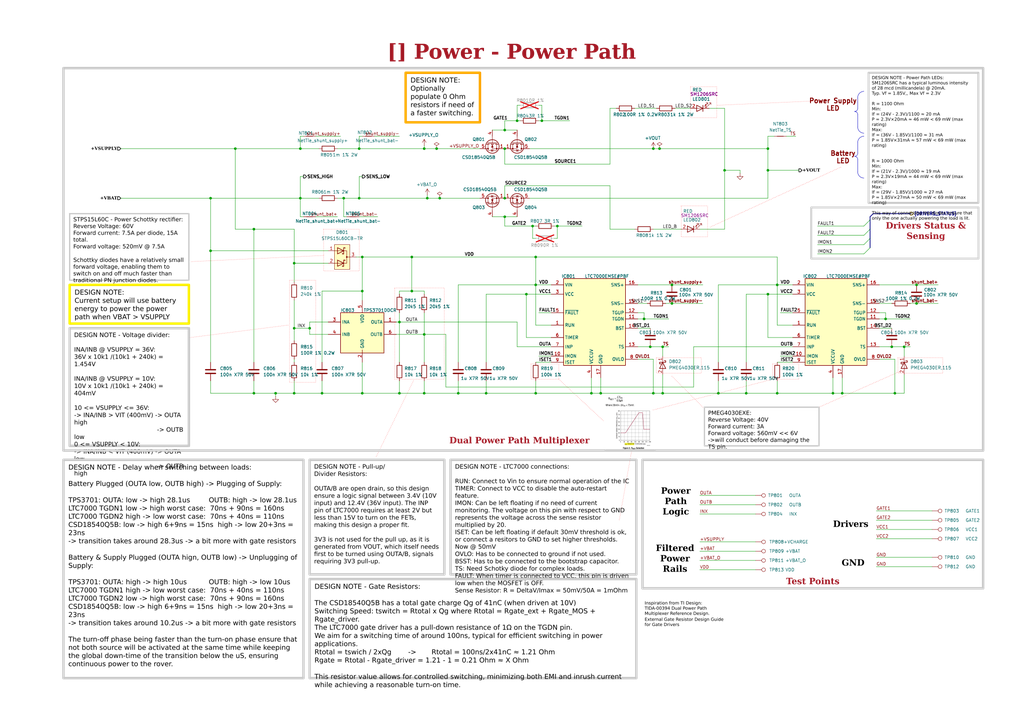
<source format=kicad_sch>
(kicad_sch (version 20231120) (generator "eeschema") (generator_version "8.0")
  (paper "A3")
  (title_block (title "Power - Power Path") (date "Last Modified Date") (rev "${REVISION}") (company "${COMPANY}"))
  (bus_alias "DRIVERS_STATUS" (members "FAULT1" "FAULT2" "IMON1" "IMON2"))
  (junction (at 345.44 161.29))
  (junction (at 207.01 81.28))
  (junction (at 180.34 81.28))
  (junction (at 168.91 105.41))
  (junction (at 246.38 161.29))
  (junction (at 218.44 92.71))
  (junction (at 175.26 81.28))
  (junction (at 341.63 161.29))
  (junction (at 363.22 130.81))
  (junction (at 127 134.62))
  (junction (at 132.08 161.29))
  (junction (at 113.03 161.29))
  (junction (at 104.14 161.29))
  (junction (at 264.16 130.81))
  (junction (at 104.14 93.98))
  (junction (at 271.78 142.24))
  (junction (at 120.65 161.29))
  (junction (at 187.96 161.29))
  (junction (at 365.76 142.24))
  (junction (at 86.36 102.87))
  (junction (at 179.07 60.96))
  (junction (at 294.64 161.29))
  (junction (at 147.32 60.96))
  (junction (at 96.52 60.96))
  (junction (at 219.71 116.84))
  (junction (at 207.01 60.96))
  (junction (at 219.71 161.29))
  (junction (at 275.59 116.84))
  (junction (at 367.03 161.29))
  (junction (at 147.32 81.28))
  (junction (at 314.96 69.85))
  (junction (at 318.77 116.84))
  (junction (at 270.51 60.96))
  (junction (at 120.65 107.95))
  (junction (at 212.09 49.53))
  (junction (at 123.19 60.96))
  (junction (at 207.01 53.34))
  (junction (at 148.59 119.38))
  (junction (at 168.91 119.38))
  (junction (at 242.57 161.29))
  (junction (at 163.83 161.29))
  (junction (at 120.65 134.62))
  (junction (at 215.9 120.65))
  (junction (at 375.92 124.46))
  (junction (at 148.59 161.29))
  (junction (at 275.59 124.46))
  (junction (at 266.7 142.24))
  (junction (at 318.77 161.29))
  (junction (at 219.71 105.41))
  (junction (at 306.07 161.29))
  (junction (at 222.25 49.53))
  (junction (at 173.99 60.96))
  (junction (at 271.78 161.29))
  (junction (at 199.39 161.29))
  (junction (at 207.01 88.9))
  (junction (at 86.36 81.28))
  (junction (at 297.18 69.85))
  (junction (at 267.97 161.29))
  (junction (at 123.19 81.28))
  (junction (at 163.83 132.08))
  (junction (at 314.96 60.96))
  (junction (at 148.59 105.41))
  (junction (at 228.6 92.71))
  (junction (at 370.84 142.24))
  (junction (at 375.92 116.84))
  (junction (at 173.99 137.16))
  (junction (at 267.97 60.96))
  (junction (at 140.97 81.28))
  (junction (at 173.99 161.29))
  (junction (at 314.96 120.65))
  (bus_entry (at 356.87 101.6) (size -2.54 2.54))
  (bus_entry (at 356.87 93.98) (size -2.54 2.54))
  (bus_entry (at 356.87 90.17) (size -2.54 2.54))
  (bus_entry (at 356.87 97.79) (size -2.54 2.54))
  (wire (pts (xy 284.48 142.24) (xy 284.48 158.75)))
  (wire (pts (xy 220.98 146.05) (xy 226.06 146.05)))
  (wire (pts (xy 120.65 107.95) (xy 134.62 107.95)))
  (wire (pts (xy 129.54 55.88) (xy 139.7 55.88)))
  (wire (pts (xy 212.09 88.9) (xy 207.01 88.9)))
  (wire (pts (xy 287.02 233.68) (xy 309.88 233.68)))
  (wire (pts (xy 220.98 43.18) (xy 222.25 43.18)))
  (wire (pts (xy 261.62 124.46) (xy 265.43 124.46)))
  (wire (pts (xy 294.64 156.21) (xy 294.64 161.29)))
  (wire (pts (xy 199.39 156.21) (xy 199.39 161.29)))
  (wire (pts (xy 250.19 93.98) (xy 260.35 93.98)))
  (wire (pts (xy 267.97 161.29) (xy 271.78 161.29)))
  (wire (pts (xy 318.77 161.29) (xy 341.63 161.29)))
  (bus (pts (xy 356.87 93.98) (xy 356.87 97.79)))
  (polyline (pts (xy 316.865 155.575) (xy 267.335 168.275)) (stroke (width 0) (type dot) (color 255 0 0 1)))
  (wire (pts (xy 250.19 44.45) (xy 252.73 44.45)))
  (wire (pts (xy 187.96 116.84) (xy 219.71 116.84)))
  (wire (pts (xy 360.68 134.62) (xy 365.76 134.62)))
  (wire (pts (xy 359.41 209.55) (xy 382.27 209.55)))
  (bus (pts (xy 373.38 87.63) (xy 358.14 87.63)))
  (wire (pts (xy 140.97 81.28) (xy 147.32 81.28)))
  (wire (pts (xy 113.03 161.29) (xy 120.65 161.29)))
  (wire (pts (xy 163.83 161.29) (xy 173.99 161.29)))
  (wire (pts (xy 187.96 156.21) (xy 187.96 161.29)))
  (wire (pts (xy 335.28 96.52) (xy 354.33 96.52)))
  (wire (pts (xy 207.01 49.53) (xy 207.01 53.34)))
  (wire (pts (xy 96.52 93.98) (xy 104.14 93.98)))
  (wire (pts (xy 199.39 148.59) (xy 199.39 120.65)))
  (wire (pts (xy 341.63 161.29) (xy 345.44 161.29)))
  (wire (pts (xy 250.19 44.45) (xy 250.19 67.31)))
  (wire (pts (xy 201.93 88.9) (xy 207.01 88.9)))
  (wire (pts (xy 318.77 116.84) (xy 318.77 133.35)))
  (wire (pts (xy 180.34 81.28) (xy 196.85 81.28)))
  (wire (pts (xy 261.62 116.84) (xy 275.59 116.84)))
  (wire (pts (xy 218.44 97.79) (xy 219.71 97.79)))
  (polyline (pts (xy 118.11 133.35) (xy 78.105 138.43)) (stroke (width 0) (type dot) (color 255 0 0 1)))
  (wire (pts (xy 314.96 138.43) (xy 325.12 138.43)))
  (wire (pts (xy 187.96 161.29) (xy 199.39 161.29)))
  (wire (pts (xy 104.14 156.21) (xy 104.14 161.29)))
  (polyline (pts (xy 229.235 155.575) (xy 247.65 172.72)) (stroke (width 0) (type dot) (color 255 0 0 1)))
  (wire (pts (xy 219.71 116.84) (xy 219.71 133.35)))
  (wire (pts (xy 271.78 153.67) (xy 271.78 161.29)))
  (wire (pts (xy 182.88 137.16) (xy 182.88 158.75)))
  (wire (pts (xy 86.36 81.28) (xy 123.19 81.28)))
  (wire (pts (xy 163.83 128.27) (xy 163.83 132.08)))
  (wire (pts (xy 320.04 128.27) (xy 325.12 128.27)))
  (wire (pts (xy 86.36 102.87) (xy 134.62 102.87)))
  (wire (pts (xy 276.86 44.45) (xy 283.21 44.45)))
  (wire (pts (xy 127 132.08) (xy 127 134.62)))
  (wire (pts (xy 207.01 53.34) (xy 212.09 53.34)))
  (wire (pts (xy 96.52 60.96) (xy 96.52 93.98)))
  (wire (pts (xy 212.09 49.53) (xy 213.36 49.53)))
  (wire (pts (xy 49.53 81.28) (xy 86.36 81.28)))
  (wire (pts (xy 140.97 88.9) (xy 140.97 81.28)))
  (wire (pts (xy 322.58 55.88) (xy 326.39 55.88)))
  (wire (pts (xy 314.96 55.88) (xy 314.96 60.96)))
  (wire (pts (xy 132.08 156.21) (xy 132.08 161.29)))
  (wire (pts (xy 267.97 93.98) (xy 279.4 93.98)))
  (wire (pts (xy 175.26 81.28) (xy 180.34 81.28)))
  (wire (pts (xy 163.83 132.08) (xy 163.83 148.59)))
  (wire (pts (xy 287.02 226.06) (xy 309.88 226.06)))
  (wire (pts (xy 270.51 60.96) (xy 314.96 60.96)))
  (wire (pts (xy 314.96 60.96) (xy 314.96 69.85)))
  (wire (pts (xy 86.36 102.87) (xy 86.36 148.59)))
  (wire (pts (xy 345.44 154.94) (xy 345.44 161.29)))
  (wire (pts (xy 360.68 147.32) (xy 367.03 147.32)))
  (wire (pts (xy 127 137.16) (xy 134.62 137.16)))
  (polyline (pts (xy 259.08 184.785) (xy 254 213.36)) (stroke (width 0) (type dot) (color 255 0 0 1)))
  (wire (pts (xy 163.83 119.38) (xy 163.83 120.65)))
  (wire (pts (xy 306.07 156.21) (xy 306.07 161.29)))
  (wire (pts (xy 123.19 88.9) (xy 123.19 81.28)))
  (wire (pts (xy 287.02 222.25) (xy 309.88 222.25)))
  (wire (pts (xy 227.33 97.79) (xy 228.6 97.79)))
  (wire (pts (xy 215.9 138.43) (xy 226.06 138.43)))
  (wire (pts (xy 228.6 92.71) (xy 228.6 97.79)))
  (wire (pts (xy 49.53 60.96) (xy 96.52 60.96)))
  (wire (pts (xy 271.78 142.24) (xy 271.78 146.05)))
  (wire (pts (xy 261.62 130.81) (xy 264.16 130.81)))
  (wire (pts (xy 123.19 88.9) (xy 124.46 88.9)))
  (wire (pts (xy 284.48 142.24) (xy 325.12 142.24)))
  (wire (pts (xy 261.62 142.24) (xy 266.7 142.24)))
  (wire (pts (xy 217.17 81.28) (xy 314.96 81.28)))
  (wire (pts (xy 318.77 105.41) (xy 318.77 116.84)))
  (wire (pts (xy 123.19 72.39) (xy 124.46 72.39)))
  (wire (pts (xy 162.56 132.08) (xy 163.83 132.08)))
  (wire (pts (xy 287.02 229.87) (xy 309.88 229.87)))
  (wire (pts (xy 113.03 162.56) (xy 113.03 161.29)))
  (wire (pts (xy 266.7 142.24) (xy 271.78 142.24)))
  (wire (pts (xy 207.01 92.71) (xy 218.44 92.71)))
  (wire (pts (xy 207.01 88.9) (xy 207.01 92.71)))
  (wire (pts (xy 219.71 116.84) (xy 226.06 116.84)))
  (wire (pts (xy 179.07 60.96) (xy 196.85 60.96)))
  (polyline (pts (xy 132.715 104.775) (xy 78.105 107.315)) (stroke (width 0) (type dot) (color 255 0 0 1)))
  (wire (pts (xy 261.62 134.62) (xy 266.7 134.62)))
  (wire (pts (xy 359.41 213.36) (xy 382.27 213.36)))
  (wire (pts (xy 367.03 161.29) (xy 370.84 161.29)))
  (wire (pts (xy 217.17 60.96) (xy 267.97 60.96)))
  (wire (pts (xy 318.77 148.59) (xy 325.12 148.59)))
  (wire (pts (xy 104.14 93.98) (xy 104.14 148.59)))
  (wire (pts (xy 173.99 119.38) (xy 173.99 120.65)))
  (wire (pts (xy 123.19 55.88) (xy 124.46 55.88)))
  (wire (pts (xy 138.43 81.28) (xy 140.97 81.28)))
  (polyline (pts (xy 351.79 46.99) (xy 351.815 52.09)))
  (wire (pts (xy 182.88 158.75) (xy 284.48 158.75)))
  (wire (pts (xy 318.77 156.21) (xy 318.77 161.29)))
  (wire (pts (xy 173.99 60.96) (xy 179.07 60.96)))
  (wire (pts (xy 207.01 49.53) (xy 212.09 49.53)))
  (wire (pts (xy 375.92 116.84) (xy 384.81 116.84)))
  (wire (pts (xy 120.65 134.62) (xy 120.65 139.7)))
  (wire (pts (xy 120.65 134.62) (xy 127 134.62)))
  (wire (pts (xy 173.99 137.16) (xy 182.88 137.16)))
  (wire (pts (xy 199.39 120.65) (xy 215.9 120.65)))
  (wire (pts (xy 219.71 161.29) (xy 242.57 161.29)))
  (wire (pts (xy 86.36 81.28) (xy 86.36 102.87)))
  (polyline (pts (xy 344.805 68.58) (xy 290.83 93.345)) (stroke (width 0) (type dot) (color 255 0 0 1)))
  (wire (pts (xy 86.36 161.29) (xy 104.14 161.29)))
  (wire (pts (xy 120.65 107.95) (xy 120.65 115.57)))
  (wire (pts (xy 173.99 59.69) (xy 173.99 60.96)))
  (wire (pts (xy 147.32 60.96) (xy 173.99 60.96)))
  (wire (pts (xy 360.68 142.24) (xy 365.76 142.24)))
  (wire (pts (xy 306.07 161.29) (xy 318.77 161.29)))
  (wire (pts (xy 273.05 124.46) (xy 275.59 124.46)))
  (wire (pts (xy 219.71 105.41) (xy 318.77 105.41)))
  (wire (pts (xy 375.92 124.46) (xy 384.81 124.46)))
  (wire (pts (xy 162.56 137.16) (xy 173.99 137.16)))
  (wire (pts (xy 220.98 128.27) (xy 226.06 128.27)))
  (wire (pts (xy 147.32 81.28) (xy 175.26 81.28)))
  (wire (pts (xy 163.83 156.21) (xy 163.83 161.29)))
  (wire (pts (xy 370.84 153.67) (xy 370.84 161.29)))
  (wire (pts (xy 123.19 60.96) (xy 130.81 60.96)))
  (wire (pts (xy 341.63 154.94) (xy 341.63 161.29)))
  (wire (pts (xy 294.64 161.29) (xy 306.07 161.29)))
  (wire (pts (xy 173.99 156.21) (xy 173.99 161.29)))
  (wire (pts (xy 215.9 120.65) (xy 215.9 138.43)))
  (wire (pts (xy 173.99 161.29) (xy 187.96 161.29)))
  (wire (pts (xy 303.53 69.85) (xy 303.53 71.12)))
  (wire (pts (xy 212.09 49.53) (xy 212.09 43.18)))
  (polyline (pts (xy 351.79 44.45) (xy 351.815 40.025)))
  (wire (pts (xy 264.16 128.27) (xy 264.16 130.81)))
  (wire (pts (xy 261.62 147.32) (xy 267.97 147.32)))
  (wire (pts (xy 120.65 161.29) (xy 132.08 161.29)))
  (wire (pts (xy 267.97 147.32) (xy 267.97 161.29)))
  (wire (pts (xy 168.91 105.41) (xy 219.71 105.41)))
  (wire (pts (xy 314.96 120.65) (xy 314.96 138.43)))
  (polyline (pts (xy 368.935 152.4) (xy 335.915 167.005)) (stroke (width 0) (type dot) (color 255 0 0 1)))
  (polyline (pts (xy 169.545 156.21) (xy 154.305 187.325)) (stroke (width 0) (type dot) (color 255 0 0 1)))
  (wire (pts (xy 287.02 210.82) (xy 309.88 210.82)))
  (wire (pts (xy 294.64 116.84) (xy 318.77 116.84)))
  (wire (pts (xy 146.05 105.41) (xy 148.59 105.41)))
  (wire (pts (xy 120.65 93.98) (xy 120.65 107.95)))
  (wire (pts (xy 360.68 128.27) (xy 363.22 128.27)))
  (wire (pts (xy 297.18 69.85) (xy 297.18 93.98)))
  (wire (pts (xy 127 134.62) (xy 127 137.16)))
  (wire (pts (xy 129.54 88.9) (xy 138.43 88.9)))
  (wire (pts (xy 199.39 161.29) (xy 219.71 161.29)))
  (wire (pts (xy 370.84 142.24) (xy 370.84 146.05)))
  (wire (pts (xy 359.41 228.6) (xy 382.27 228.6)))
  (wire (pts (xy 207.01 60.96) (xy 207.01 67.31)))
  (wire (pts (xy 314.96 120.65) (xy 325.12 120.65)))
  (wire (pts (xy 359.41 232.41) (xy 382.27 232.41)))
  (wire (pts (xy 367.03 147.32) (xy 367.03 161.29)))
  (wire (pts (xy 335.28 100.33) (xy 354.33 100.33)))
  (wire (pts (xy 218.44 92.71) (xy 219.71 92.71)))
  (bus (pts (xy 356.87 97.79) (xy 356.87 101.6)))
  (wire (pts (xy 271.78 161.29) (xy 294.64 161.29)))
  (wire (pts (xy 220.98 49.53) (xy 222.25 49.53)))
  (wire (pts (xy 242.57 161.29) (xy 246.38 161.29)))
  (wire (pts (xy 86.36 156.21) (xy 86.36 161.29)))
  (wire (pts (xy 132.08 119.38) (xy 132.08 148.59)))
  (wire (pts (xy 120.65 156.21) (xy 120.65 161.29)))
  (wire (pts (xy 222.25 49.53) (xy 222.25 43.18)))
  (wire (pts (xy 260.35 44.45) (xy 269.24 44.45)))
  (wire (pts (xy 123.19 55.88) (xy 123.19 60.96)))
  (wire (pts (xy 173.99 137.16) (xy 173.99 148.59)))
  (wire (pts (xy 207.01 81.28) (xy 207.01 76.2)))
  (wire (pts (xy 148.59 105.41) (xy 148.59 119.38)))
  (wire (pts (xy 373.38 124.46) (xy 375.92 124.46)))
  (wire (pts (xy 148.59 148.59) (xy 148.59 161.29)))
  (wire (pts (xy 318.77 133.35) (xy 325.12 133.35)))
  (wire (pts (xy 212.09 43.18) (xy 213.36 43.18)))
  (wire (pts (xy 120.65 147.32) (xy 120.65 148.59)))
  (wire (pts (xy 360.68 124.46) (xy 365.76 124.46)))
  (wire (pts (xy 227.33 92.71) (xy 228.6 92.71)))
  (wire (pts (xy 250.19 93.98) (xy 250.19 76.2)))
  (wire (pts (xy 363.22 130.81) (xy 373.38 130.81)))
  (wire (pts (xy 138.43 60.96) (xy 147.32 60.96)))
  (polyline (pts (xy 351.79 62.865) (xy 351.815 58.44)))
  (wire (pts (xy 360.68 130.81) (xy 363.22 130.81)))
  (wire (pts (xy 148.59 105.41) (xy 168.91 105.41)))
  (wire (pts (xy 264.16 130.81) (xy 274.32 130.81)))
  (wire (pts (xy 132.08 119.38) (xy 148.59 119.38)))
  (wire (pts (xy 345.44 161.29) (xy 367.03 161.29)))
  (wire (pts (xy 271.78 142.24) (xy 274.32 142.24)))
  (wire (pts (xy 207.01 76.2) (xy 250.19 76.2)))
  (wire (pts (xy 147.32 72.39) (xy 147.32 81.28)))
  (wire (pts (xy 132.08 161.29) (xy 148.59 161.29)))
  (wire (pts (xy 104.14 161.29) (xy 113.03 161.29)))
  (wire (pts (xy 359.41 217.17) (xy 382.27 217.17)))
  (wire (pts (xy 222.25 49.53) (xy 233.68 49.53)))
  (wire (pts (xy 228.6 92.71) (xy 238.76 92.71)))
  (wire (pts (xy 148.59 119.38) (xy 148.59 123.19)))
  (wire (pts (xy 96.52 60.96) (xy 123.19 60.96)))
  (wire (pts (xy 201.93 53.34) (xy 207.01 53.34)))
  (wire (pts (xy 290.83 44.45) (xy 297.18 44.45)))
  (polyline (pts (xy 275.59 154.305) (xy 288.29 167.005)) (stroke (width 0) (type dot) (color 255 0 0 1)))
  (wire (pts (xy 175.26 80.01) (xy 175.26 81.28)))
  (wire (pts (xy 168.91 105.41) (xy 168.91 119.38)))
  (wire (pts (xy 163.83 119.38) (xy 168.91 119.38)))
  (bus (pts (xy 356.87 88.9) (xy 358.14 87.63)))
  (wire (pts (xy 147.32 55.88) (xy 148.59 55.88)))
  (wire (pts (xy 120.65 123.19) (xy 120.65 134.62)))
  (wire (pts (xy 275.59 124.46) (xy 288.29 124.46)))
  (wire (pts (xy 360.68 116.84) (xy 375.92 116.84)))
  (wire (pts (xy 148.59 161.29) (xy 163.83 161.29)))
  (wire (pts (xy 287.02 93.98) (xy 297.18 93.98)))
  (polyline (pts (xy 337.185 41.275) (xy 294.005 43.18)) (stroke (width 0) (type dot) (color 255 0 0 1)))
  (wire (pts (xy 104.14 93.98) (xy 120.65 93.98)))
  (wire (pts (xy 147.32 55.88) (xy 147.32 60.96)))
  (wire (pts (xy 246.38 161.29) (xy 267.97 161.29)))
  (wire (pts (xy 219.71 156.21) (xy 219.71 161.29)))
  (wire (pts (xy 140.97 88.9) (xy 142.24 88.9)))
  (wire (pts (xy 215.9 120.65) (xy 226.06 120.65)))
  (wire (pts (xy 359.41 220.98) (xy 382.27 220.98)))
  (wire (pts (xy 219.71 148.59) (xy 226.06 148.59)))
  (wire (pts (xy 163.83 132.08) (xy 212.09 132.08)))
  (wire (pts (xy 168.91 119.38) (xy 173.99 119.38)))
  (wire (pts (xy 297.18 69.85) (xy 303.53 69.85)))
  (wire (pts (xy 267.97 60.96) (xy 270.51 60.96)))
  (wire (pts (xy 147.32 72.39) (xy 148.59 72.39)))
  (bus (pts (xy 356.87 90.17) (xy 356.87 93.98)))
  (wire (pts (xy 246.38 154.94) (xy 246.38 161.29)))
  (wire (pts (xy 218.44 92.71) (xy 218.44 97.79)))
  (wire (pts (xy 306.07 148.59) (xy 306.07 120.65)))
  (wire (pts (xy 363.22 128.27) (xy 363.22 130.81)))
  (wire (pts (xy 212.09 142.24) (xy 226.06 142.24)))
  (wire (pts (xy 127 132.08) (xy 134.62 132.08)))
  (wire (pts (xy 294.64 116.84) (xy 294.64 148.59)))
  (wire (pts (xy 365.76 142.24) (xy 370.84 142.24)))
  (wire (pts (xy 287.02 207.01) (xy 309.88 207.01)))
  (wire (pts (xy 335.28 92.71) (xy 354.33 92.71)))
  (wire (pts (xy 314.96 69.85) (xy 314.96 81.28)))
  (wire (pts (xy 297.18 44.45) (xy 297.18 69.85)))
  (wire (pts (xy 314.96 69.85) (xy 327.66 69.85)))
  (wire (pts (xy 123.19 81.28) (xy 130.81 81.28)))
  (wire (pts (xy 187.96 116.84) (xy 187.96 148.59)))
  (wire (pts (xy 219.71 133.35) (xy 226.06 133.35)))
  (wire (pts (xy 207.01 67.31) (xy 250.19 67.31)))
  (wire (pts (xy 275.59 116.84) (xy 288.29 116.84)))
  (wire (pts (xy 147.32 88.9) (xy 154.94 88.9)))
  (wire (pts (xy 219.71 105.41) (xy 219.71 116.84)))
  (wire (pts (xy 173.99 128.27) (xy 173.99 137.16)))
  (polyline (pts (xy 351.79 65.405) (xy 351.815 70.505)))
  (wire (pts (xy 153.67 55.88) (xy 163.83 55.88)))
  (wire (pts (xy 242.57 154.94) (xy 242.57 161.29)))
  (wire (pts (xy 335.28 104.14) (xy 354.33 104.14)))
  (wire (pts (xy 212.09 132.08) (xy 212.09 142.24)))
  (wire (pts (xy 306.07 120.65) (xy 314.96 120.65)))
  (wire (pts (xy 123.19 72.39) (xy 123.19 81.28)))
  (wire (pts (xy 287.02 203.2) (xy 309.88 203.2)))
  (bus (pts (xy 356.87 88.9) (xy 356.87 90.17)))
  (wire (pts (xy 314.96 55.88) (xy 317.5 55.88)))
  (wire (pts (xy 370.84 142.24) (xy 373.38 142.24)))
  (wire (pts (xy 320.04 146.05) (xy 325.12 146.05)))
  (wire (pts (xy 318.77 116.84) (xy 325.12 116.84)))
  (wire (pts (xy 261.62 128.27) (xy 264.16 128.27)))
  (rectangle (start 161.925 118.11) (end 182.245 155.575) (stroke (width 0) (type dot) (color 255 0 0 1)))
  (arc (start 351.79 44.45) (mid 351.4123 45.3423) (end 350.52 45.72))
  (arc (start 351.79 58.42) (mid 352.5426 56.6326) (end 354.33 55.88))
  (rectangle (start 283.21 35.56) (end 294.005 48.26) (stroke (width 0) (type dot) (color 255 0 0 1)))
  (rectangle (start 269.24 146.685) (end 287.655 153.035) (stroke (width 0) (type dot) (color 255 0 0 1)))
  (rectangle (start 368.3 146.685) (end 386.715 153.035) (stroke (width 0) (type dot) (color 255 0 0 1)))
  (arc (start 350.52 45.72) (mid 351.4123 46.0977) (end 351.79 46.99))
  (arc (start 350.52 64.135) (mid 351.4169 64.5096) (end 351.79 65.405))
  (rectangle (start 132.715 93.98) (end 147.32 111.125) (stroke (width 0) (type dot) (color 255 0 0 1)))
  (arc (start 351.79 40.005) (mid 352.5444 38.2208) (end 354.33 37.465))
  (rectangle (start 332.74 85.09) (end 401.32 106.045) (stroke (width 0.762) (color 200 200 200 1)))
  (rectangle (start 118.745 114.935) (end 129.54 156.845) (stroke (width 0) (type dot) (color 255 0 0 1)))
  (arc (start 351.79 62.865) (mid 351.414 63.7604) (end 350.52 64.135))
  (rectangle (start 279.4 84.455) (end 290.195 97.155) (stroke (width 0) (type dot) (color 255 0 0 1)))
  (rectangle (start 263.525 188.595) (end 403.225 241.3) (stroke (width 1) (color 200 200 200 1)))
  (arc (start 354.33 54.61) (mid 352.5339 53.8661) (end 351.79 52.07))
  (rectangle (start 26.035 27.94) (end 403.225 184.785) (stroke (width 1) (color 200 200 200 1)))
  (rectangle (start 217.805 149.225) (end 229.235 155.575) (stroke (width 0) (type dot) (color 255 0 0 1)))
  (arc (start 354.33 73.025) (mid 352.5357 72.2808) (end 351.79 70.485))
  (rectangle (start 316.865 149.225) (end 327.66 155.575) (stroke (width 0) (type dot) (color 255 0 0 1)))
  (image (at 258.445 173.355) (scale 0.310815))
  (text_box "PMEG4030EXE:\nReverse Voltage: 40V\nForward current: 3A\nForward voltage: 560mV << 6V\n->will conduct before damaging the TS pin." (at 288.925 167.005 0) (size 46.99 15.875) (stroke (width 0.508) (color 200 200 200 1)) (effects (font (size 1.651 1.651)) (justify left top)))
  (text_box "GND" (at 343.535 226.06 0) (size 12.7 8.255) (stroke (width -0.0001)) (effects (font (size 2.54 2.54) (thickness 0.508) (bold yes)) (justify bottom)))
  (text_box "DESIGN NOTE - Gate Resistors:\n\nThe CSD18540Q5B has a total gate charge Qg of 41nC (when driven at 10V)\nSwitching Speed: tswitch = Rtotal x Qg where Rtotal = Rgate_ext + Rgate_MOS + Rgate_driver. \nThe LTC7000 gate driver has a pull-down resistance of 1Ω on the TGDN pin.\nWe aim for a switching time of around 100ns, typical for efficient switching in power applications. \nRtotal = tswich / 2xQg		-> 		Rtotal = 100ns/2x41nC ≈ 1.21 Ohm\nRgate = Rtotal - Rgate_driver = 1.21 - 1 = 0.21 Ohm ≈ X Ohm \n\nThis resistor value allows for controlled switching, minimizing both EMI and inrush current while achieving a reasonable turn-on time." (at 127 237.49 0) (size 133.985 40.64) (stroke (width 1) (color 200 200 200 1)) (effects (font (size 2 2)) (justify left top)))
  (text_box "DESIGN NOTE - Optimized gate Resistors:\n\nTurn ON: RG = RHI + RGATE + 2xRGI = 2.2 Ohm + RGATE + 2x0.8 Ohm\nTurn OFF: RG = RLO + RGATE + 2xRGI = 1Ohm + RGATE + 2x0.8 Ohm\n\nSource inductance = 1 / (CISS x (2pi x fR)^2) => impossible, fR unknown.\n-> LT Spice simulation?\n\n " (at 127.635 301.625 0) (size 133.985 40.64) (stroke (width 1) (color 200 200 200 1)) (effects (font (size 2 2)) (justify left top)))
  (text_box "DESIGN NOTE:\nOptionally populate 0 Ohm resistors if need of a faster switching. " (at 166.37 29.845 0) (size 30.48 20.32) (stroke (width 1) (color 255 165 0 1)) (effects (font (size 2 2)) (justify left top)))
  (text_box "Power Path Logic" (at 267.97 198.755 0) (size 18.415 14.605) (stroke (width -0.0001)) (effects (font (size 2.54 2.54) (thickness 0.508) (bold yes)) (justify bottom)))
  (text_box "DESIGN NOTE:\nCurrent setup will use battery energy to power the power path when VBAT > VSUPPLY" (at 28.575 116.84 0) (size 48.895 15.875) (stroke (width 1) (color 250 236 0 1)) (effects (font (size 2 2)) (justify left top)))
  (text_box "Drivers Status & Sensing" (at 356.235 92.71 0) (size 46.99 7.62) (stroke (width -0.0001)) (effects (font (size 2.54 2.54) (thickness 0.508) (bold yes)) (justify bottom)))
  (text_box "Power Supply\nLED" (at 328.32 38.755 0) (size 26.65 8.89) (stroke (width -0.0001)) (effects (font (size 1.905 1.905) (thickness 0.381) (bold yes)) (justify top)))
  (text_box "DESIGN NOTE - Delay when switching between loads:\n\nBattery Plugged (OUTA low, OUTB high) -> Plugging of Supply:\n\nTPS3701: OUTA: low -> high 28.1us		OUTB: high -> low 28.1us\nLTC7000 TGDN1 low -> high worst case:  70ns + 90ns = 160ns\nLTC7000 TGDN2 high -> low worst case:  70ns + 40ns = 110ns\nCSD18540Q5B: low -> high 6+9ns = 15ns  high -> low 20+3ns = 23ns\n-> transition takes around 28.3us -> a bit more with gate resistors\n\nBattery & Supply Plugged (OUTA hign, OUTB low) -> Unplugging of Supply:\n\nTPS3701: OUTA: high -> high 10us		OUTB: high -> low 10us\nLTC7000 TGDN1 high -> low worst case:  70ns + 40ns = 110ns\nLTC7000 TGDN2 low -> high worst case:  70ns + 90ns = 160ns\nCSD18540Q5B: low -> high 6+9ns = 15ns  high -> low 20+3ns = 23ns\n-> transition takes around 10.2us -> a bit more with gate resistors\n\nThe turn-off phase being faster than the turn-on phase ensure that not both source will be activated at the same time while keeping the global down-time of the transition below the uS, ensuring continuous power to the rover." (at 26.035 188.595 0) (size 98.425 89.535) (stroke (width 1) (color 200 200 200 1)) (effects (font (size 2 2)) (justify left top)))
  (text_box "Drivers" (at 339.725 210.185 0) (size 18.415 8.255) (stroke (width -0.0001)) (effects (font (size 2.54 2.54) (thickness 0.508) (bold yes)) (justify bottom)))
  (text_box "Test Points" (at 262.89 232.41 0) (size 140.97 9.525) (stroke (width -0.0001)) (effects (font (size 2.54 2.54) (thickness 0.508) (bold yes)) (justify bottom)))
  (text_box "STPS15L60C - Power Schottky rectifier:\nReverse Voltage: 60V\nForward current: 7.5A per diode, 15A total.\nForward voltage: 520mV @ 7.5A\n\nSchottky diodes have a relatively small forward voltage, enabling them to switch on and off much faster than traditional PN junction diodes." (at 28.575 87.63 0) (size 48.895 27.305) (stroke (width 0.508) (color 200 200 200 1)) (effects (font (size 1.651 1.651)) (justify left top)))
  (text_box "Battery\nLED" (at 332.74 60.325 0) (size 26.015 8.89) (stroke (width -0.0001)) (effects (font (size 1.905 1.905) (thickness 0.381) (bold yes)) (justify top)))
  (text_box "DESIGN NOTE - LTC7000 connections:\n\nRUN: Connect to Vin to ensure normal operation of the IC\nTIMER: Connect to VCC to disable the auto-restart feature.\nIMON: Can be left floating if no need of current monitoring. The voltage on this pin with respect to GND represents the voltage across the sense resistor multiplied by 20. \nISET: Can be left floating if default 30mV threshold is ok, or connect a resitors to GND to set higher thresholds. Now @ 50mV\nOVLO: Has to be connected to ground if not used.\nBSST: Has to be connected to the bootstrap capacitor.\nTS: Need Schotky diode for complex loads.\nFAULT: When timer is connected to VCC, this pin is driven low when the MOSFET is OFF.\nSense Resistor: R = DeltaV/Imax = 50mV/50A = 1mOhm\n" (at 184.785 188.595 0) (size 76.2 46.99) (stroke (width 1) (color 200 200 200 1)) (effects (font (size 1.778 1.778)) (justify left top)))
  (text_box "[${#}] ${TITLE}" (at 10.16 15.24 0) (size 399.415 12.7) (stroke (width -0.0001)) (effects (font (size 6 6) (thickness 1.2) (bold yes))))
  (text_box "Dual Power Path Multiplexer" (at 24.13 174.625 0) (size 377.825 9.525) (stroke (width -0.0001)) (effects (font (size 2.54 2.54) (thickness 0.508) (bold yes)) (justify bottom)))
  (text_box "DESIGN NOTE - Power Path LEDs:\nSM1206SRC has a typical luminous intensity \nof 28 mcd (millicandela) @ 20mA. \nTyp. Vf = 1.85V,, Max Vf = 2.3V\n\nR = 1100 Ohm\nMin:\nIf = (24V - 2.3V)/1100 ≈ 20 mA\nP = 2.3V×20mA ≈ 46 mW < 69 mW (max rating)\nMax:\nIf = (36V - 1.85V)/1100 ≈ 31 mA\nP = 1.85V×31mA ≈ 57 mW < 69 mW (max rating)\n\n\nR = 1000 Ohm\nMin:\nIf = (21V - 2.3V)/1000 ≈ 19 mA\nP = 2.3V×19mA = 44 mW < 69 mW (max rating)\nMax:\nIf = (29V - 1.85V)/1000 ≈ 27 mA\nP = 1.85V×27mA ≈ 50 mW < 69 mW (max rating)\n\nThis way of connecting the diodes ensure that only the one actually powering the load is lit." (at 356.235 29.845 0) (size 45.035 53.36) (stroke (width 0.8) (color 200 200 200 1)) (effects (font (size 1.27 1.27)) (justify left top)))
  (text_box "Filtered Power Rails" (at 267.335 227.33 0) (size 19.05 9.525) (stroke (width -0.0001)) (effects (font (size 2.54 2.54) (thickness 0.508) (bold yes)) (justify bottom)))
  (text_box "DESIGN NOTE - Voltage divider:\n\nINA/INB @ VSUPPLY = 36V:\n36V x 10k1 /(10k1 + 240k) = 1.454V\n\nINA/INB @ VSUPPLY = 10V:\n10V x 10k1 /(10k1 + 240k) = 404mV\n\n10 <= VSUPPLY <= 36V:\n-> INA/INB > VIT (400mV) -> OUTA high\n                                           -> OUTB low\n0 <= VSUPPLY < 10V:\n-> INA/INB < VIT (400mV) -> OUTA low\n                                           -> OUTB high\n\n\n" (at 28.575 134.62 0) (size 48.895 48.26) (stroke (width 1) (color 200 200 200 1)) (effects (font (size 1.778 1.778)) (justify left top)))
  (text_box "DESIGN NOTE - Pull-up/\nDivider Resistors:\n\nOUTA/B are open drain, so this design ensure a logic signal between 3.4V (10V input) and 12.4V (36V input). The INP pin of LTC7000 requires at least 2V but less than 15V to turn on the FETs, making this design a proper fit.\n\n3V3 is not used for the pull up, as it is generated from VOUT, which itself needs first to be turned using OUTA/B, signals requiring 3V3 pull-up." (at 127 188.595 0) (size 55.245 46.99) (stroke (width 1) (color 200 200 200 1)) (effects (font (size 1.778 1.778)) (justify left top)))
  (text "Inspiration from TI Design: \nTIDA-00394 Dual Power Path \nMultiplexer Reference Design." (at 264.414 252.984 0) (effects (font (size 1.27 1.27)) (justify left bottom)))
  (text "External Gate Resistor Design Guide \nfor Gate Drivers" (at 264.414 257.556 0) (effects (font (size 1.27 1.27)) (justify left bottom)))
  (label "+VBAT" (at 287.02 226.06 0) (property "Netclass" "+VBAT" (effects (hide yes))))
  (label "OVLO1" (at 266.7 147.32 180) (effects (font (thickness 0.254) (bold yes))))
  (label "IMON1" (at 335.28 100.33 0) (effects (font (thickness 0.1588))))
  (label "IMON1" (at 220.98 146.05 0) (effects (font (thickness 0.254) (bold yes))))
  (label "VDD" (at 220.98 116.84 0) (effects (font (thickness 0.254) (bold yes))))
  (label "OUTB" (at 287.02 207.01 0))
  (label "TS" (at 326.39 55.88 180) (effects (font (thickness 0.1588))))
  (label "shunt_bat+" (at 138.43 88.9 180) (effects (font (thickness 0.1588))) (property "Netclass" "+VBAT" (effects (hide yes))))
  (label "GATE2" (at 215.9 92.71 180) (effects (font (thickness 0.254) (bold yes))))
  (label "VDD" (at 287.02 233.68 0))
  (label "FAULT2" (at 335.28 96.52 0) (effects (font (thickness 0.1588))))
  (label "shunt_bat-" (at 154.94 88.9 180) (effects (font (thickness 0.1588))) (property "Netclass" "+VBAT" (effects (hide yes))))
  (label "BST_D2" (at 365.76 134.62 180) (effects (font (thickness 0.254) (bold yes))))
  (label "IMON2" (at 320.04 146.05 0) (effects (font (thickness 0.254) (bold yes))))
  (label "FAULT1" (at 220.98 128.27 0) (effects (font (thickness 0.254) (bold yes))))
  (label "SNS1-" (at 265.43 124.46 180))
  (label "+VBAT_O" (at 287.02 229.87 0) (property "Netclass" "+VBAT" (effects (hide yes))))
  (label "VDD" (at 190.5 105.41 0) (effects (font (thickness 0.254) (bold yes))))
  (label "OUTA" (at 166.37 132.08 0) (effects (font (thickness 0.1588))))
  (label "GND" (at 359.41 228.6 0) (property "Netclass" "GND" (effects (hide yes))))
  (label "shunt_bat+" (at 384.81 116.84 180) (effects (font (thickness 0.254) (bold yes))))
  (label "BST_D1" (at 266.7 134.62 180) (effects (font (thickness 0.254) (bold yes))))
  (label "LED_S1" (at 261.62 44.45 0))
  (label "SNS2-" (at 364.49 124.46 180))
  (label "IMON2" (at 335.28 104.14 0) (effects (font (thickness 0.1588))))
  (label "TGDN2" (at 238.76 92.71 180) (effects (font (thickness 0.254) (bold yes))))
  (label "ISET2" (at 320.04 148.59 0) (effects (font (thickness 0.254) (bold yes))))
  (label "TS" (at 274.32 142.24 180) (effects (font (thickness 0.254) (bold yes))))
  (label "OUTA" (at 287.02 203.2 0))
  (label "GND" (at 359.41 232.41 0) (property "Netclass" "GND" (effects (hide yes))))
  (label "VDD" (at 320.04 116.84 0) (effects (font (thickness 0.254) (bold yes))))
  (label "OUTB" (at 320.04 142.24 0) (effects (font (thickness 0.254) (bold yes))))
  (label "ISET1" (at 220.98 148.59 0) (effects (font (thickness 0.254) (bold yes))))
  (label "OVLO2" (at 365.76 147.32 180) (effects (font (thickness 0.254) (bold yes))))
  (label "TGDN1" (at 233.68 49.53 180) (effects (font (thickness 0.254) (bold yes))))
  (label "OUTA" (at 220.98 142.24 0) (effects (font (thickness 0.254) (bold yes))))
  (label "SOURCE1" (at 227.33 67.31 0) (effects (font (thickness 0.254) (bold yes))))
  (label "shunt_supply+" (at 288.29 116.84 180) (effects (font (thickness 0.254) (bold yes))))
  (label "+VSUPPLY_O" (at 184.15 60.96 0) (property "Netclass" "+VSUPPLY_O" (effects (hide yes))))
  (label "VCC2" (at 320.04 120.65 0) (effects (font (thickness 0.254) (bold yes))))
  (label "INX" (at 121.92 134.62 0) (effects (font (thickness 0.1588))))
  (label "+VSUPPLY" (at 287.02 222.25 0) (property "Netclass" "+VSUPPLY" (effects (hide yes))))
  (label "LED_S2" (at 276.86 44.45 0))
  (label "TGDN2" (at 373.38 130.81 180) (effects (font (thickness 0.254) (bold yes))))
  (label "shunt_bat-" (at 384.81 124.46 180) (effects (font (thickness 0.254) (bold yes))) (property "Netclass" "+VBAT" (effects (hide yes))))
  (label "GATE1" (at 359.41 209.55 0))
  (label "SOURCE2" (at 207.01 76.2 0) (effects (font (thickness 0.254) (bold yes))))
  (label "FAULT2" (at 320.04 128.27 0) (effects (font (thickness 0.254) (bold yes))))
  (label "VCC1" (at 359.41 217.17 0))
  (label "GATE1" (at 208.28 49.53 180) (effects (font (thickness 0.254) (bold yes))))
  (label "TS" (at 373.38 142.24 180) (effects (font (thickness 0.254) (bold yes))))
  (label "shunt_supply-" (at 288.29 124.46 180) (effects (font (thickness 0.254) (bold yes))))
  (label "LED_B" (at 271.78 93.98 0))
  (label "VCC2" (at 359.41 220.98 0))
  (label "VCC1" (at 220.98 120.65 0) (effects (font (thickness 0.254) (bold yes))))
  (label "OUTB" (at 166.37 137.16 0) (effects (font (thickness 0.1588))))
  (label "shunt_supply+" (at 139.7 55.88 180) (effects (font (thickness 0.1588))) (property "Netclass" "+VSUPPLY" (effects (hide yes))))
  (label "GATE2" (at 359.41 213.36 0))
  (label "TGDN1" (at 274.32 130.81 180) (effects (font (thickness 0.254) (bold yes))))
  (label "FAULT1" (at 335.28 92.71 0) (effects (font (thickness 0.1588))))
  (label "INX" (at 287.02 210.82 0))
  (label "shunt_supply-" (at 163.83 55.88 180) (effects (font (thickness 0.1588))) (property "Netclass" "+VSUPPLY" (effects (hide yes))))
  (hierarchical_label "+VBAT" (shape input) (at 49.53 81.28 180) (effects (font (thickness 0.254) (bold yes))) (property "Netclass" "+VBAT" (effects (hide yes))))
  (hierarchical_label "{DRIVERS_STATUS}" (shape output) (at 373.38 87.63 0) (effects (font (thickness 0.254) (bold yes))))
  (hierarchical_label "SENS_HIGH" (shape output) (at 124.46 72.39 0) (effects (font (thickness 0.254) (bold yes))))
  (hierarchical_label "SENS_LOW" (shape output) (at 148.59 72.39 0) (effects (font (thickness 0.254) (bold yes))))
  (hierarchical_label "+VOUT" (shape output) (at 327.66 69.85 0) (effects (font (thickness 0.254) (bold yes))) (property "Netclass" "+VOUT" (effects (hide yes))))
  (hierarchical_label "+VSUPPLY" (shape input) (at 49.53 60.96 180) (effects (font (thickness 0.254) (bold yes))) (property "Netclass" "+VSUPPLY" (effects (hide yes))))
  (symbol (lib_id "Device:NetTie_2") (at 320.04 55.88 0) (unit 1) (in_bom no)
    (property "Reference" "NT803" (at 320.04 50.8 0))
    (property "Value" "NetTie_TS" (at 320.04 53.34 0))
    (property "Footprint" "Charge_Manager_FP:NetTie-2_SMD_Pad0.2mm" (effects (hide yes)))
    (property "Description" "Net tie, 2 pins" (effects (hide yes)))
  )
  (symbol (lib_id "power:+3V3") (at 173.99 59.69 0) (unit 1)
    (property "Reference" "#PWR0801" (effects (hide yes)))
    (property "Value" "+VSUPPLY_O" (at 173.736 55.372 0))
  )
  (symbol (lib_id "Device:R") (at 269.24 124.46 90) (unit 1)
    (property "Reference" "R813" (at 269.24 120.142 90))
    (property "Value" "100R 1% 0.2W" (at 270.002 122.428 90))
    (property "Footprint" "Resistor_SMD:R_0402_1005Metric" (effects (hide yes)))
    (property "Datasheet" "https://www.vishay.com/docs/20043/crcwhpe3.pdf" (effects (hide yes)))
    (property "Description" "Resistor" (effects (hide yes)))
    (property "Manufacturer Part Number" "CRCW0402100RFKEDHP" (effects (hide yes)))
    (property "Supplier" "Mouser Electronics" (effects (hide yes)))
    (property "Manufacturer" "Vishay / Dale" (effects (hide yes)))
    (property "Supplier Part Number" "71-CRCW0402100RFKEDH" (effects (hide yes)))
  )
  (symbol (lib_id "Device:R") (at 163.83 124.46 0) (unit 1)
    (property "Reference" "R811" (at 165.862 123.19 0) (effects (justify left)))
    (property "Value" "20k5 1%" (at 165.862 125.73 0) (effects (justify left)))
    (property "Footprint" "Resistor_SMD:R_0402_1005Metric" (effects (hide yes)))
    (property "Datasheet" "https://www.koaspeer.com/pdfs/RK73H.pdf" (effects (hide yes)))
    (property "Description" "Resistor" (effects (hide yes)))
    (property "Manufacturer Part Number" " RK73H1ETTP2052F" (effects (hide yes)))
    (property "Supplier" "Mouser Electronics" (effects (hide yes)))
    (property "Manufacturer" "KOA Speer" (effects (hide yes)))
    (property "Supplier Part Number" "660-RK73H1ETTP2052F" (effects (hide yes)))
  )
  (symbol (lib_name "PMEG4030EXEX_1") (lib_id "Charge_Manager_SYM:PMEG4030EXEX") (at 370.84 151.13 90) (unit 1)
    (property "Reference" "D803" (at 373.38 148.2725 90) (effects (justify right)))
    (property "Value" "PMEG4030ER,115" (at 373.38 150.8125 90) (effects (justify right)))
    (property "Footprint" "Diode_SMD:Nexperia_CFP3_SOD-123W" (effects (hide yes)))
    (property "Datasheet" "https://www.mouser.ch/datasheet/2/916/PMEG4030ER-2938673.pdf" (effects (hide yes)))
    (property "Description" "PMEG4030EXE-Q - 40 V, 3 A Schottky barrier rectifier@en-us" (effects (hide yes)))
    (property "Supplier Part Number" "771-PMEG4030ER115" (effects (hide yes)))
    (property "Manufacturer" "Nexperia" (effects (hide yes)))
    (property "Manufacturer Part Number" "PMEG4030ER,115" (effects (hide yes)))
    (property "Supplier" "Mouser Electronics" (effects (hide yes)))
  )
  (symbol (lib_id "Device:R") (at 217.17 49.53 90) (unit 1)
    (property "Reference" "R804" (at 214.376 47.498 90))
    (property "Value" "3R 1%" (at 219.964 47.498 90))
    (property "Footprint" "Resistor_SMD:R_0603_1608Metric" (effects (hide yes)))
    (property "Datasheet" "https://www.koaspeer.com/pdfs/RK73H.pdf" (effects (hide yes)))
    (property "Description" "Resistor" (effects (hide yes)))
    (property "Manufacturer Part Number" "RK73H1JTTD3R00F" (effects (hide yes)))
    (property "Supplier" "Mouser Electronics" (effects (hide yes)))
    (property "Manufacturer" "KOA Speer" (effects (hide yes)))
    (property "Supplier Part Number" "660-RK73H1JTTD3R00F" (effects (hide yes)))
  )
  (symbol (lib_id "Device:C") (at 104.14 152.4 0) (unit 1)
    (property "Reference" "C806" (at 107.95 151.13 0) (effects (justify left)))
    (property "Value" "100n X7R 50V" (at 107.95 153.67 0) (effects (justify left)))
    (property "Footprint" "Capacitor_SMD:C_0402_1005Metric" (effects (hide yes)))
    (property "Datasheet" "https://www.mouser.ch/datasheet/2/396/taiyo_yuden_12132018_mlcc11_hq_e-1510082.pdf" (effects (hide yes)))
    (property "Description" "Unpolarized capacitor" (effects (hide yes)))
    (property "Manufacturer Part Number" "UMK105B7104KVHF" (effects (hide yes)))
    (property "Supplier" "Mouser Electronics" (effects (hide yes)))
    (property "Manufacturer" "TAIYO YUDEN" (effects (hide yes)))
    (property "Supplier Part Number" "963-UMK105B7104KVHF" (effects (hide yes)))
  )
  (symbol (lib_id "Device:R") (at 217.17 43.18 90) (unit 1) (dnp yes)
    (property "Reference" "R801" (at 214.376 41.148 90))
    (property "Value" "0R 1%" (at 219.964 41.148 90))
    (property "Footprint" "Resistor_SMD:R_0603_1608Metric" (effects (hide yes)))
    (property "Datasheet" "https://www.mouser.fr/datasheet/2/447/PYu_RC_Group_51_RoHS_L_11-1984063.pdf" (effects (hide yes)))
    (property "Description" "Resistor" (effects (hide yes)))
    (property "Manufacturer Part Number" "RC0603FR-100RL" (effects (hide yes)))
    (property "Supplier" "Mouser Electronics" (effects (hide yes)))
    (property "Manufacturer" "YAGEO" (effects (hide yes)))
    (property "Supplier Part Number" "603-RC0603FR-100RL" (effects (hide yes)))
  )
  (symbol (lib_id "Connector:TestPoint") (at 382.27 209.55 270) (mirror x) (unit 1)
    (property "Reference" "TP803" (at 387.35 209.55 90) (effects (justify left)))
    (property "Value" "GATE1" (at 395.986 209.55 90) (effects (justify left)))
    (property "Footprint" "Charge_Manager_FP:TestPoint_Pad_D0.5mm_Front" (effects (hide yes)))
    (property "Description" "test point" (effects (hide yes)))
  )
  (symbol (lib_id "Transistor_FET:CSD18540Q5B") (at 201.93 83.82 90) (unit 1)
    (property "Reference" "Q803" (at 196.342 85.09 90))
    (property "Value" "CSD18540Q5B" (at 196.85 77.724 90))
    (property "Footprint" "Package_TO_SOT_SMD:TDSON-8-1" (effects (hide yes)))
    (property "Datasheet" "http://www.ti.com/lit/gpn/csd18540q5b" (effects (hide yes)))
    (property "Description" "100A Id, 60V Vds, NexFET N-Channel Power MOSFET, 2.2mOhm Ron, 41nC Qg(typ), SON8 5x6mm" (effects (hide yes)))
    (property "Manufacturer Part Number" "CSD18540Q5B" (effects (hide yes)))
    (property "Manufacturer" "Texas Instruments" (effects (hide yes)))
    (property "Supplier Part Number" "595-CSD18540Q5B" (effects (hide yes)))
    (property "Supplier" "Mouser Electronics" (effects (hide yes)))
  )
  (symbol (lib_id "Device:R") (at 120.65 152.4 0) (unit 1)
    (property "Reference" "R816" (at 123.19 151.13 0) (effects (justify left)))
    (property "Value" "10k 1%" (at 123.19 153.67 0) (effects (justify left)))
    (property "Footprint" "Resistor_SMD:R_0402_1005Metric" (effects (hide yes)))
    (property "Datasheet" "https://www.koaspeer.com/pdfs/SG73P.pdf" (effects (hide yes)))
    (property "Description" "Resistor" (effects (hide yes)))
    (property "Manufacturer Part Number" "SG73P1EWTTP1002F" (effects (hide yes)))
    (property "Supplier" "Mouser Electronics" (effects (hide yes)))
    (property "Manufacturer" "KOA Speer" (effects (hide yes)))
    (property "Supplier Part Number" "660-SG73P1EWTTP1002F" (effects (hide yes)))
  )
  (symbol (lib_id "Device:R") (at 223.52 97.79 270) (unit 1) (dnp yes)
    (property "Reference" "R809" (at 220.218 100.584 90))
    (property "Value" "0R 1%" (at 225.806 100.584 90))
    (property "Footprint" "Resistor_SMD:R_0603_1608Metric" (effects (hide yes)))
    (property "Datasheet" "https://www.mouser.fr/datasheet/2/447/PYu_RC_Group_51_RoHS_L_11-1984063.pdf" (effects (hide yes)))
    (property "Description" "Resistor" (effects (hide yes)))
    (property "Manufacturer Part Number" "RC0603FR-100RL" (effects (hide yes)))
    (property "Supplier" "Mouser Electronics" (effects (hide yes)))
    (property "Manufacturer" "YAGEO" (effects (hide yes)))
    (property "Supplier Part Number" "603-RC0603FR-100RL" (effects (hide yes)))
  )
  (symbol (lib_id "Device:R") (at 223.52 92.71 90) (unit 1)
    (property "Reference" "R807" (at 219.964 90.678 90))
    (property "Value" "3R 1%" (at 226.314 90.678 90))
    (property "Footprint" "Resistor_SMD:R_0603_1608Metric" (effects (hide yes)))
    (property "Datasheet" "https://www.koaspeer.com/pdfs/RK73H.pdf" (effects (hide yes)))
    (property "Description" "Resistor" (effects (hide yes)))
    (property "Manufacturer Part Number" "RK73H1JTTD3R00F" (effects (hide yes)))
    (property "Supplier" "Mouser Electronics" (effects (hide yes)))
    (property "Manufacturer" "KOA Speer" (effects (hide yes)))
    (property "Supplier Part Number" "660-RK73H1JTTD3R00F" (effects (hide yes)))
  )
  (symbol (lib_id "Device:NetTie_2") (at 127 88.9 0) (unit 1) (in_bom no)
    (property "Reference" "NT804" (at 127 87.63 0))
    (property "Value" "NetTie_shunt_bat+" (at 130.048 90.678 0))
    (property "Footprint" "Charge_Manager_FP:NetTie-2_SMD_Pad0.2mm" (effects (hide yes)))
    (property "Description" "Net tie, 2 pins" (effects (hide yes)))
  )
  (symbol (lib_id "Connector:TestPoint") (at 309.88 222.25 270) (mirror x) (unit 1)
    (property "Reference" "TP808" (at 315.468 222.25 90) (effects (justify left)))
    (property "Value" "+VCHARGE" (at 321.31 222.25 90) (effects (justify left)))
    (property "Footprint" "Charge_Manager_FP:TestPoint_Pad_D0.5mm_Front" (effects (hide yes)))
    (property "Description" "test point" (effects (hide yes)))
  )
  (symbol (lib_id "Device:R") (at 120.65 143.51 0) (unit 1)
    (property "Reference" "R815" (at 123.19 142.24 0) (effects (justify left)))
    (property "Value" "100R 1% 0.2W" (at 123.19 144.78 0) (effects (justify left)))
    (property "Footprint" "Resistor_SMD:R_0402_1005Metric" (effects (hide yes)))
    (property "Datasheet" "https://www.vishay.com/docs/20043/crcwhpe3.pdf" (effects (hide yes)))
    (property "Description" "Resistor" (effects (hide yes)))
    (property "Manufacturer Part Number" "CRCW0402100RFKEDHP" (effects (hide yes)))
    (property "Supplier" "Mouser Electronics" (effects (hide yes)))
    (property "Manufacturer" "Vishay / Dale" (effects (hide yes)))
    (property "Supplier Part Number" "71-CRCW0402100RFKEDH" (effects (hide yes)))
  )
  (symbol (lib_id "Device:NetTie_2") (at 151.13 55.88 0) (unit 1) (in_bom no)
    (property "Reference" "NT802" (at 149.606 54.356 0))
    (property "Value" "NetTie_shunt_bat-" (at 154.686 57.658 0))
    (property "Footprint" "Charge_Manager_FP:NetTie-2_SMD_Pad0.2mm" (effects (hide yes)))
    (property "Description" "Net tie, 2 pins" (effects (hide yes)))
  )
  (symbol (lib_id "Device:R") (at 134.62 60.96 90) (mirror x) (unit 1)
    (property "Reference" "R805" (at 131.318 63.5 90) (effects (justify right)))
    (property "Value" "1m 1% 2W" (at 136.398 63.5 90) (effects (justify right)))
    (property "Footprint" "Resistor_SMD:R_1206_3216Metric_Pad1.30x1.75mm_HandSolder" (effects (hide yes)))
    (property "Datasheet" "https://www.seielect.com/catalog/sei-hcs.pdf" (effects (hide yes)))
    (property "Description" "Resistor" (effects (hide yes)))
    (property "Manufacturer Part Number" "	 HCS1206FT1L00" (effects (hide yes)))
    (property "Supplier" "Digikey" (effects (hide yes)))
    (property "Manufacturer" "Stackpole Electronics Inc" (effects (hide yes)))
    (property "Supplier Part Number" "HCS1206FT1L00CT-ND " (effects (hide yes)))
  )
  (symbol (lib_id "Device:R") (at 369.57 124.46 90) (unit 1)
    (property "Reference" "R814" (at 369.57 120.142 90))
    (property "Value" "100R 1% 0.2W" (at 370.332 122.428 90))
    (property "Footprint" "Resistor_SMD:R_0402_1005Metric" (effects (hide yes)))
    (property "Datasheet" "https://www.vishay.com/docs/20043/crcwhpe3.pdf" (effects (hide yes)))
    (property "Description" "Resistor" (effects (hide yes)))
    (property "Manufacturer Part Number" "CRCW0402100RFKEDHP" (effects (hide yes)))
    (property "Supplier" "Mouser Electronics" (effects (hide yes)))
    (property "Manufacturer" "Vishay / Dale" (effects (hide yes)))
    (property "Supplier Part Number" "71-CRCW0402100RFKEDH" (effects (hide yes)))
  )
  (symbol (lib_id "Device:R") (at 134.62 81.28 90) (mirror x) (unit 1)
    (property "Reference" "R806" (at 127.762 78.74 90) (effects (justify right)))
    (property "Value" "1m 1% 2W" (at 132.588 78.74 90) (effects (justify right)))
    (property "Footprint" "Resistor_SMD:R_1206_3216Metric_Pad1.30x1.75mm_HandSolder" (effects (hide yes)))
    (property "Datasheet" "https://www.seielect.com/catalog/sei-hcs.pdf" (effects (hide yes)))
    (property "Description" "Resistor" (effects (hide yes)))
    (property "Manufacturer Part Number" "	 HCS1206FT1L00" (effects (hide yes)))
    (property "Supplier" "Digikey" (effects (hide yes)))
    (property "Manufacturer" "Stackpole Electronics Inc" (effects (hide yes)))
    (property "Supplier Part Number" "HCS1206FT1L00CT-ND " (effects (hide yes)))
  )
  (symbol (lib_id "power:PWR_FLAG") (at 180.34 81.28 0) (unit 1)
    (property "Reference" "#FLG0803" (effects (hide yes)))
    (property "Value" "PWR_FLAG" (effects (hide yes)))
    (property "Description" "Special symbol for telling ERC where power comes from" (effects (hide yes)))
  )
  (symbol (lib_name "PMEG4030EXEX_1") (lib_id "Charge_Manager_SYM:PMEG4030EXEX") (at 271.78 151.13 90) (unit 1)
    (property "Reference" "D802" (at 274.32 148.2725 90) (effects (justify right)))
    (property "Value" "PMEG4030ER,115" (at 274.32 150.8125 90) (effects (justify right)))
    (property "Footprint" "Diode_SMD:Nexperia_CFP3_SOD-123W" (effects (hide yes)))
    (property "Datasheet" "https://www.mouser.ch/datasheet/2/916/PMEG4030ER-2938673.pdf" (effects (hide yes)))
    (property "Description" "PMEG4030EXE-Q - 40 V, 3 A Schottky barrier rectifier@en-us" (effects (hide yes)))
    (property "Supplier Part Number" "771-PMEG4030ER115" (effects (hide yes)))
    (property "Manufacturer" "Nexperia" (effects (hide yes)))
    (property "Manufacturer Part Number" "PMEG4030ER,115" (effects (hide yes)))
    (property "Supplier" "Mouser Electronics" (effects (hide yes)))
  )
  (symbol (lib_id "Device:R") (at 219.71 152.4 0) (unit 1)
    (property "Reference" "R819" (at 221.742 151.13 0) (effects (justify left)))
    (property "Value" "100k 1%" (at 221.742 153.67 0) (effects (justify left)))
    (property "Footprint" "Resistor_SMD:R_0402_1005Metric" (effects (hide yes)))
    (property "Datasheet" "https://www.koaspeer.com/pdfs/SG73P.pdf" (effects (hide yes)))
    (property "Description" "Resistor" (effects (hide yes)))
    (property "Manufacturer Part Number" "SG73P1EWTTP1002F" (effects (hide yes)))
    (property "Supplier" "Mouser Electronics" (effects (hide yes)))
    (property "Manufacturer" "KOA Speer" (effects (hide yes)))
    (property "Supplier Part Number" "660-SG73P1EWTTP1002F" (effects (hide yes)))
  )
  (symbol (lib_id "Connector:TestPoint") (at 309.88 210.82 270) (mirror x) (unit 1)
    (property "Reference" "TP804" (at 314.96 210.82 90) (effects (justify left)))
    (property "Value" "INX" (at 323.596 210.82 90) (effects (justify left)))
    (property "Footprint" "Charge_Manager_FP:TestPoint_Pad_D0.5mm_Front" (effects (hide yes)))
    (property "Description" "test point" (effects (hide yes)))
  )
  (symbol (lib_name "LTC7000EMSE#PBF_1") (lib_id "Charge_Manager_SYM:LTC7000EMSE#PBF") (at 325.12 116.84 0) (unit 1)
    (property "Reference" "IC802" (at 332.232 113.284 0))
    (property "Value" "LTC7000EMSE#PBF" (at 347.98 113.284 0))
    (property "Footprint" "Charge_Manager_FP:LTC7000EMSE#PBF" (effects (hide yes)))
    (property "Datasheet" "https://www.analog.com/media/en/technical-documentation/data-sheets/ltc7000-7000-1.pdf" (effects (hide yes)))
    (property "Description" "Gate Drivers Fast 150V Protected High Side NMOS Static Switch Driver" (effects (hide yes)))
    (property "Manufacturer Part Number" "LTC7000EMSE#PBF" (effects (hide yes)))
    (property "Manufacturer" "Analog Devices" (effects (hide yes)))
    (property "Supplier Part Number" "584-LTC7000EMSEPBF" (effects (hide yes)))
    (property "Supplier" "Mouser Electronics" (effects (hide yes)))
  )
  (symbol (lib_name "LTC7000EMSE#PBF_1") (lib_id "Charge_Manager_SYM:LTC7000EMSE#PBF") (at 226.06 116.84 0) (unit 1)
    (property "Reference" "IC801" (at 233.172 113.284 0))
    (property "Value" "LTC7000EMSE#PBF" (at 248.92 113.284 0))
    (property "Footprint" "Charge_Manager_FP:LTC7000EMSE#PBF" (effects (hide yes)))
    (property "Datasheet" "https://www.analog.com/media/en/technical-documentation/data-sheets/ltc7000-7000-1.pdf" (effects (hide yes)))
    (property "Description" "Gate Drivers Fast 150V Protected High Side NMOS Static Switch Driver" (effects (hide yes)))
    (property "Manufacturer Part Number" "LTC7000EMSE#PBF" (effects (hide yes)))
    (property "Manufacturer" "Analog Devices" (effects (hide yes)))
    (property "Supplier Part Number" "584-LTC7000EMSEPBF" (effects (hide yes)))
    (property "Supplier" "Mouser Electronics" (effects (hide yes)))
  )
  (symbol (lib_id "Device:C") (at 294.64 152.4 0) (unit 1)
    (property "Reference" "C810" (at 297.18 151.13 0) (effects (justify left)))
    (property "Value" "1u X7R 50V" (at 295.91 155.194 0) (effects (justify left)))
    (property "Footprint" "Capacitor_SMD:C_0603_1608Metric" (effects (hide yes)))
    (property "Datasheet" "https://www.mouser.ch/datasheet/2/447/UPY_GPHC_X7R_6_3V_to_250V_24-3441574.pdf" (effects (hide yes)))
    (property "Description" "Unpolarized capacitor" (effects (hide yes)))
    (property "Manufacturer Part Number" "CC0603KRX7R9BB105" (effects (hide yes)))
    (property "Supplier" "Mouser Electronics" (effects (hide yes)))
    (property "Manufacturer" "YAGEO" (effects (hide yes)))
    (property "Supplier Part Number" "603-CC603KRX7R9BB105" (effects (hide yes)))
  )
  (symbol (lib_id "Connector:TestPoint") (at 382.27 228.6 270) (mirror x) (unit 1)
    (property "Reference" "TP810" (at 387.35 228.6 90) (effects (justify left)))
    (property "Value" "GND" (at 395.986 228.6 90) (effects (justify left)))
    (property "Footprint" "Charge_Manager_FP:TestPoint_Pad_D0.5mm_Front" (effects (hide yes)))
    (property "Description" "test point" (effects (hide yes)))
  )
  (symbol (lib_id "power:PWR_FLAG") (at 179.07 60.96 0) (unit 1)
    (property "Reference" "#FLG0801" (effects (hide yes)))
    (property "Value" "PWR_FLAG" (effects (hide yes)))
    (property "Description" "Special symbol for telling ERC where power comes from" (effects (hide yes)))
  )
  (symbol (lib_id "Device:R") (at 264.16 93.98 90) (mirror x) (unit 1)
    (property "Reference" "R808" (at 260.858 96.52 90) (effects (justify right)))
    (property "Value" "1k 1% 2W" (at 265.938 96.52 90) (effects (justify right)))
    (property "Footprint" "Resistor_SMD:R_2010_5025Metric" (effects (hide yes)))
    (property "Datasheet" "https://www.mouser.ch/datasheet/2/418/8/NG_DS_1773204_4_A-1532794.pdf" (effects (hide yes)))
    (property "Description" "Resistor" (effects (hide yes)))
    (property "Manufacturer Part Number" "35021K0FT" (effects (hide yes)))
    (property "Supplier" "Mouser Electronics" (effects (hide yes)))
    (property "Manufacturer" "TE Connectivity / Holsworthy" (effects (hide yes)))
    (property "Supplier Part Number" "279-35021K0FT" (effects (hide yes)))
  )
  (symbol (lib_id "Connector:TestPoint") (at 382.27 213.36 270) (mirror x) (unit 1)
    (property "Reference" "TP805" (at 387.35 213.36 90) (effects (justify left)))
    (property "Value" "GATE2" (at 395.986 213.36 90) (effects (justify left)))
    (property "Footprint" "Charge_Manager_FP:TestPoint_Pad_D0.5mm_Front" (effects (hide yes)))
    (property "Description" "test point" (effects (hide yes)))
  )
  (symbol (lib_id "Transistor_FET:CSD18540Q5B") (at 212.09 58.42 270) (unit 1)
    (property "Reference" "Q802" (at 217.678 57.15 90))
    (property "Value" "CSD18540Q5B" (at 217.678 64.516 90))
    (property "Footprint" "Package_TO_SOT_SMD:TDSON-8-1" (effects (hide yes)))
    (property "Datasheet" "http://www.ti.com/lit/gpn/csd18540q5b" (effects (hide yes)))
    (property "Description" "100A Id, 60V Vds, NexFET N-Channel Power MOSFET, 2.2mOhm Ron, 41nC Qg(typ), SON8 5x6mm" (effects (hide yes)))
    (property "Manufacturer Part Number" "CSD18540Q5B" (effects (hide yes)))
    (property "Manufacturer" "Texas Instruments" (effects (hide yes)))
    (property "Supplier Part Number" "595-CSD18540Q5B" (effects (hide yes)))
    (property "Supplier" "Mouser Electronics" (effects (hide yes)))
  )
  (symbol (lib_id "power:PWR_FLAG") (at 270.51 60.96 0) (unit 1)
    (property "Reference" "#FLG0802" (effects (hide yes)))
    (property "Value" "PWR_FLAG" (effects (hide yes)))
    (property "Description" "Special symbol for telling ERC where power comes from" (effects (hide yes)))
  )
  (symbol (lib_id "Device:R") (at 273.05 44.45 90) (mirror x) (unit 1)
    (property "Reference" "R803" (at 269.748 46.99 90) (effects (justify right)))
    (property "Value" "1k 1% 2W" (at 274.828 46.99 90) (effects (justify right)))
    (property "Footprint" "Resistor_SMD:R_2010_5025Metric" (effects (hide yes)))
    (property "Datasheet" "https://www.mouser.ch/datasheet/2/418/8/NG_DS_1773204_4_A-1532794.pdf" (effects (hide yes)))
    (property "Description" "Resistor" (effects (hide yes)))
    (property "Manufacturer Part Number" "35021K0FT" (effects (hide yes)))
    (property "Supplier" "Mouser Electronics" (effects (hide yes)))
    (property "Manufacturer" "TE Connectivity / Holsworthy" (effects (hide yes)))
    (property "Supplier Part Number" "279-35021K0FT" (effects (hide yes)))
  )
  (symbol (lib_id "Charge_Manager_SYM:TPS3701DDCR") (at 134.62 130.81 0) (unit 1)
    (property "Reference" "IC803" (at 139.7 127.254 0) (effects (justify left)))
    (property "Value" "TPS3701DDCR" (at 149.098 127.254 0) (effects (justify left)))
    (property "Footprint" "Charge_Manager_FP:TPS3701DDCR" (effects (hide yes)))
    (property "Datasheet" "http://www.ti.com/lit/gpn/tps3701" (effects (hide yes)))
    (property "Description" "TPS3701 36V Window Supervisor with Internal Ref for Overvoltage and Undervoltage Detection" (effects (hide yes)))
    (property "Manufacturer Part Number" "TPS3701DDCR" (effects (hide yes)))
    (property "Manufacturer" "Texas Instruments" (effects (hide yes)))
    (property "Supplier Part Number" "595-TPS3701DDCR" (effects (hide yes)))
    (property "Supplier" "Mouser Electronics" (effects (hide yes)))
  )
  (symbol (lib_id "Device:C") (at 132.08 152.4 0) (unit 1)
    (property "Reference" "C807" (at 135.89 151.13 0) (effects (justify left)))
    (property "Value" "100n X7R 50V" (at 135.89 153.67 0) (effects (justify left)))
    (property "Footprint" "Capacitor_SMD:C_0402_1005Metric" (effects (hide yes)))
    (property "Datasheet" "https://www.mouser.ch/datasheet/2/396/taiyo_yuden_12132018_mlcc11_hq_e-1510082.pdf" (effects (hide yes)))
    (property "Description" "Unpolarized capacitor" (effects (hide yes)))
    (property "Manufacturer Part Number" "UMK105B7104KVHF" (effects (hide yes)))
    (property "Supplier" "Mouser Electronics" (effects (hide yes)))
    (property "Manufacturer" "TAIYO YUDEN" (effects (hide yes)))
    (property "Supplier Part Number" "963-UMK105B7104KVHF" (effects (hide yes)))
  )
  (symbol (lib_id "Connector:TestPoint") (at 309.88 226.06 270) (mirror x) (unit 1)
    (property "Reference" "TP809" (at 315.468 226.06 90) (effects (justify left)))
    (property "Value" "+VBAT" (at 322.072 226.06 90) (effects (justify left)))
    (property "Footprint" "Charge_Manager_FP:TestPoint_Pad_D0.5mm_Front" (effects (hide yes)))
    (property "Description" "test point" (effects (hide yes)))
  )
  (symbol (lib_id "Device:C") (at 275.59 120.65 180) (unit 1)
    (property "Reference" "C801" (at 278.638 118.872 0) (effects (justify right)))
    (property "Value" "100n X7R 50V" (at 278.384 120.904 0) (effects (justify right)))
    (property "Footprint" "Capacitor_SMD:C_0402_1005Metric" (effects (hide yes)))
    (property "Datasheet" "https://www.mouser.ch/datasheet/2/396/taiyo_yuden_12132018_mlcc11_hq_e-1510082.pdf" (effects (hide yes)))
    (property "Description" "Unpolarized capacitor" (effects (hide yes)))
    (property "Manufacturer Part Number" "UMK105B7104KVHF" (effects (hide yes)))
    (property "Supplier" "Mouser Electronics" (effects (hide yes)))
    (property "Manufacturer" "TAIYO YUDEN" (effects (hide yes)))
    (property "Supplier Part Number" "963-UMK105B7104KVHF" (effects (hide yes)))
  )
  (symbol (lib_id "power:+3V3") (at 267.97 60.96 0) (unit 1)
    (property "Reference" "#PWR0802" (effects (hide yes)))
    (property "Value" "+VOUT" (at 267.716 56.642 0))
  )
  (symbol (lib_id "Device:R") (at 173.99 152.4 0) (unit 1)
    (property "Reference" "R818" (at 176.022 151.13 0) (effects (justify left)))
    (property "Value" "10k 1%" (at 176.022 153.67 0) (effects (justify left)))
    (property "Footprint" "Resistor_SMD:R_0402_1005Metric" (effects (hide yes)))
    (property "Datasheet" "https://www.koaspeer.com/pdfs/SG73P.pdf" (effects (hide yes)))
    (property "Description" "Resistor" (effects (hide yes)))
    (property "Manufacturer Part Number" "SG73P1EWTTP1002F" (effects (hide yes)))
    (property "Supplier" "Mouser Electronics" (effects (hide yes)))
    (property "Manufacturer" "KOA Speer" (effects (hide yes)))
    (property "Supplier Part Number" "660-SG73P1EWTTP1002F" (effects (hide yes)))
  )
  (symbol (lib_id "Device:C") (at 365.76 138.43 0) (unit 1)
    (property "Reference" "C804" (at 361.188 136.398 0) (effects (justify left)))
    (property "Value" "100n X7R 50V" (at 366.776 136.398 0) (effects (justify left)))
    (property "Footprint" "Capacitor_SMD:C_0402_1005Metric" (effects (hide yes)))
    (property "Datasheet" "https://www.mouser.ch/datasheet/2/396/taiyo_yuden_12132018_mlcc11_hq_e-1510082.pdf" (effects (hide yes)))
    (property "Description" "Unpolarized capacitor" (effects (hide yes)))
    (property "Manufacturer Part Number" "UMK105B7104KVHF" (effects (hide yes)))
    (property "Supplier" "Mouser Electronics" (effects (hide yes)))
    (property "Manufacturer" "TAIYO YUDEN" (effects (hide yes)))
    (property "Supplier Part Number" "963-UMK105B7104KVHF" (effects (hide yes)))
  )
  (symbol (lib_id "Connector:TestPoint") (at 382.27 232.41 270) (mirror x) (unit 1)
    (property "Reference" "TP812" (at 387.35 232.41 90) (effects (justify left)))
    (property "Value" "GND" (at 395.986 232.41 90) (effects (justify left)))
    (property "Footprint" "Charge_Manager_FP:TestPoint_Pad_D0.5mm_Front" (effects (hide yes)))
    (property "Description" "test point" (effects (hide yes)))
  )
  (symbol (lib_id "Transistor_FET:CSD18540Q5B") (at 212.09 83.82 270) (mirror x) (unit 1)
    (property "Reference" "Q804" (at 217.678 85.09 90))
    (property "Value" "CSD18540Q5B" (at 217.678 77.724 90))
    (property "Footprint" "Package_TO_SOT_SMD:TDSON-8-1" (effects (hide yes)))
    (property "Datasheet" "http://www.ti.com/lit/gpn/csd18540q5b" (effects (hide yes)))
    (property "Description" "100A Id, 60V Vds, NexFET N-Channel Power MOSFET, 2.2mOhm Ron, 41nC Qg(typ), SON8 5x6mm" (effects (hide yes)))
    (property "Manufacturer Part Number" "CSD18540Q5B" (effects (hide yes)))
    (property "Manufacturer" "Texas Instruments" (effects (hide yes)))
    (property "Supplier Part Number" "595-CSD18540Q5B" (effects (hide yes)))
    (property "Supplier" "Mouser Electronics" (effects (hide yes)))
  )
  (symbol (lib_id "Device:C") (at 266.7 138.43 0) (unit 1)
    (property "Reference" "C803" (at 262.128 136.398 0) (effects (justify left)))
    (property "Value" "100n X7R 50V" (at 267.716 136.398 0) (effects (justify left)))
    (property "Footprint" "Capacitor_SMD:C_0402_1005Metric" (effects (hide yes)))
    (property "Datasheet" "https://www.mouser.ch/datasheet/2/396/taiyo_yuden_12132018_mlcc11_hq_e-1510082.pdf" (effects (hide yes)))
    (property "Description" "Unpolarized capacitor" (effects (hide yes)))
    (property "Manufacturer Part Number" "UMK105B7104KVHF" (effects (hide yes)))
    (property "Supplier" "Mouser Electronics" (effects (hide yes)))
    (property "Manufacturer" "TAIYO YUDEN" (effects (hide yes)))
    (property "Supplier Part Number" "963-UMK105B7104KVHF" (effects (hide yes)))
  )
  (symbol (lib_id "Device:NetTie_2") (at 127 55.88 0) (unit 1) (in_bom no)
    (property "Reference" "NT801" (at 125.476 54.61 0))
    (property "Value" "NetTie_shunt_supply+" (at 132.334 57.658 0))
    (property "Footprint" "Charge_Manager_FP:NetTie-2_SMD_Pad0.2mm" (effects (hide yes)))
    (property "Description" "Net tie, 2 pins" (effects (hide yes)))
  )
  (symbol (lib_id "Device:R") (at 120.65 119.38 0) (unit 1)
    (property "Reference" "R810" (at 123.19 118.11 0) (effects (justify left)))
    (property "Value" "240k 1%" (at 123.19 120.65 0) (effects (justify left)))
    (property "Footprint" "Resistor_SMD:R_0805_2012Metric_Pad1.20x1.40mm_HandSolder" (effects (hide yes)))
    (property "Datasheet" "https://www.mouser.ch/datasheet/2/315/AOA0000C331-1141874.pdf" (effects (hide yes)))
    (property "Description" "Resistor" (effects (hide yes)))
    (property "Manufacturer Part Number" "ERJ-P06F2403V" (effects (hide yes)))
    (property "Supplier" "Mouser Electronics" (effects (hide yes)))
    (property "Manufacturer" "Panasonic" (effects (hide yes)))
    (property "Supplier Part Number" "667-ERJ-P06F2403V" (effects (hide yes)))
  )
  (symbol (lib_id "power:GND") (at 113.03 162.56 0) (unit 1)
    (property "Reference" "#PWR0805" (effects (hide yes)))
    (property "Value" "GND" (effects (hide yes)))
    (property "Description" "Power symbol creates a global label with name \"GND\" , ground" (effects (hide yes)))
  )
  (symbol (lib_id "Connector:TestPoint") (at 309.88 229.87 270) (mirror x) (unit 1)
    (property "Reference" "TP811" (at 315.468 229.87 90) (effects (justify left)))
    (property "Value" "+VBAT_O" (at 322.072 229.87 90) (effects (justify left)))
    (property "Footprint" "Charge_Manager_FP:TestPoint_Pad_D0.5mm_Front" (effects (hide yes)))
    (property "Description" "test point" (effects (hide yes)))
  )
  (symbol (lib_id "Charge_Manager_SYM:SM1206SRC") (at 288.29 44.45 180) (unit 1)
    (property "Reference" "LED801" (at 283.972 40.64 0) (effects (justify right)))
    (property "Value" "RED" (at 283.972 36.83 0) (effects (justify right)))
    (property "Footprint" "LED_SMD:LED_1206_3216Metric" (effects (hide yes)))
    (property "Datasheet" "https://www.bivar.com/parts_content/Datasheets/SM1206SRC.pdf" (effects (hide yes)))
    (property "Description" "Red 640nm LED Indication - Discrete 1.85V 1206 (3216 Metric)" (effects (hide yes)))
    (property "Manufacturer Part Number" "SM1206SRC" (at 288.798 38.608 0))
    (property "Manufacturer" "Bivar" (effects (hide yes)))
    (property "Supplier Part Number" "749-SM1206SRC" (effects (hide yes)))
    (property "Supplier" "Mouser Electronics" (effects (hide yes)))
  )
  (symbol (lib_id "Device:C") (at 375.92 120.65 180) (unit 1)
    (property "Reference" "C802" (at 378.968 118.872 0) (effects (justify right)))
    (property "Value" "100n X7R 50V" (at 378.714 120.904 0) (effects (justify right)))
    (property "Footprint" "Capacitor_SMD:C_0402_1005Metric" (effects (hide yes)))
    (property "Datasheet" "https://www.mouser.ch/datasheet/2/396/taiyo_yuden_12132018_mlcc11_hq_e-1510082.pdf" (effects (hide yes)))
    (property "Description" "Unpolarized capacitor" (effects (hide yes)))
    (property "Manufacturer Part Number" "UMK105B7104KVHF" (effects (hide yes)))
    (property "Supplier" "Mouser Electronics" (effects (hide yes)))
    (property "Manufacturer" "TAIYO YUDEN" (effects (hide yes)))
    (property "Supplier Part Number" "963-UMK105B7104KVHF" (effects (hide yes)))
  )
  (symbol (lib_id "Device:R") (at 163.83 152.4 0) (unit 1)
    (property "Reference" "R817" (at 165.862 151.13 0) (effects (justify left)))
    (property "Value" "10k 1%" (at 165.862 153.67 0) (effects (justify left)))
    (property "Footprint" "Resistor_SMD:R_0402_1005Metric" (effects (hide yes)))
    (property "Datasheet" "https://www.koaspeer.com/pdfs/SG73P.pdf" (effects (hide yes)))
    (property "Description" "Resistor" (effects (hide yes)))
    (property "Manufacturer Part Number" "SG73P1EWTTP1002F" (effects (hide yes)))
    (property "Supplier" "Mouser Electronics" (effects (hide yes)))
    (property "Manufacturer" "KOA Speer" (effects (hide yes)))
    (property "Supplier Part Number" "660-SG73P1EWTTP1002F" (effects (hide yes)))
  )
  (symbol (lib_id "power:GND") (at 303.53 71.12 0) (unit 1)
    (property "Reference" "#PWR0803" (effects (hide yes)))
    (property "Value" "GND" (effects (hide yes)))
    (property "Description" "Power symbol creates a global label with name \"GND\" , ground" (effects (hide yes)))
  )
  (symbol (lib_id "Connector:TestPoint") (at 309.88 233.68 270) (mirror x) (unit 1)
    (property "Reference" "TP813" (at 315.468 233.68 90) (effects (justify left)))
    (property "Value" "VDD" (at 322.072 233.68 90) (effects (justify left)))
    (property "Footprint" "Charge_Manager_FP:TestPoint_Pad_D0.5mm_Front" (effects (hide yes)))
    (property "Description" "test point" (effects (hide yes)))
  )
  (symbol (lib_id "Device:R") (at 256.54 44.45 90) (mirror x) (unit 1)
    (property "Reference" "R802" (at 251.46 46.99 90) (effects (justify right)))
    (property "Value" "100R 1% 0.2W" (at 255.778 46.99 90) (effects (justify right)))
    (property "Footprint" "Resistor_SMD:R_0402_1005Metric" (effects (hide yes)))
    (property "Datasheet" "https://www.vishay.com/docs/20043/crcwhpe3.pdf" (effects (hide yes)))
    (property "Description" "Resistor" (effects (hide yes)))
    (property "Manufacturer Part Number" "CRCW0402100RFKEDHP" (effects (hide yes)))
    (property "Supplier" "Mouser Electronics" (effects (hide yes)))
    (property "Manufacturer" "Vishay / Dale" (effects (hide yes)))
    (property "Supplier Part Number" "71-CRCW0402100RFKEDH" (effects (hide yes)))
  )
  (symbol (lib_id "Device:C") (at 199.39 152.4 0) (unit 1)
    (property "Reference" "C809" (at 201.93 151.13 0) (effects (justify left)))
    (property "Value" "1u X7R 50V" (at 200.66 155.194 0) (effects (justify left)))
    (property "Footprint" "Capacitor_SMD:C_0603_1608Metric" (effects (hide yes)))
    (property "Datasheet" "https://www.mouser.ch/datasheet/2/447/UPY_GPHC_X7R_6_3V_to_250V_24-3441574.pdf" (effects (hide yes)))
    (property "Description" "Unpolarized capacitor" (effects (hide yes)))
    (property "Manufacturer Part Number" "CC0603KRX7R9BB105" (effects (hide yes)))
    (property "Supplier" "Mouser Electronics" (effects (hide yes)))
    (property "Manufacturer" "YAGEO" (effects (hide yes)))
    (property "Supplier Part Number" "603-CC603KRX7R9BB105" (effects (hide yes)))
  )
  (symbol (lib_id "Device:C") (at 86.36 152.4 0) (unit 1)
    (property "Reference" "C805" (at 90.17 151.13 0) (effects (justify left)))
    (property "Value" "100n X7R 50V" (at 90.17 153.67 0) (effects (justify left)))
    (property "Footprint" "Capacitor_SMD:C_0402_1005Metric" (effects (hide yes)))
    (property "Datasheet" "https://www.mouser.ch/datasheet/2/396/taiyo_yuden_12132018_mlcc11_hq_e-1510082.pdf" (effects (hide yes)))
    (property "Description" "Unpolarized capacitor" (effects (hide yes)))
    (property "Manufacturer Part Number" "UMK105B7104KVHF" (effects (hide yes)))
    (property "Supplier" "Mouser Electronics" (effects (hide yes)))
    (property "Manufacturer" "TAIYO YUDEN" (effects (hide yes)))
    (property "Supplier Part Number" "963-UMK105B7104KVHF" (effects (hide yes)))
  )
  (symbol (lib_id "Charge_Manager_SYM:SM1206SRC") (at 284.48 93.98 180) (unit 1)
    (property "Reference" "LED802" (at 280.162 90.17 0) (effects (justify right)))
    (property "Value" "RED" (at 280.162 86.614 0) (effects (justify right)))
    (property "Footprint" "LED_SMD:LED_1206_3216Metric" (effects (hide yes)))
    (property "Datasheet" "https://www.bivar.com/parts_content/Datasheets/SM1206SRC.pdf" (effects (hide yes)))
    (property "Description" "Red 640nm LED Indication - Discrete 1.85V 1206 (3216 Metric)" (effects (hide yes)))
    (property "Manufacturer Part Number" "SM1206SRC" (at 284.988 88.392 0))
    (property "Manufacturer" "Bivar" (effects (hide yes)))
    (property "Supplier Part Number" "749-SM1206SRC" (effects (hide yes)))
    (property "Supplier" "Mouser Electronics" (effects (hide yes)))
  )
  (symbol (lib_id "Connector:TestPoint") (at 309.88 203.2 270) (mirror x) (unit 1)
    (property "Reference" "TP801" (at 314.96 203.2 90) (effects (justify left)))
    (property "Value" "OUTA" (at 323.596 203.2 90) (effects (justify left)))
    (property "Footprint" "Charge_Manager_FP:TestPoint_Pad_D0.5mm_Front" (effects (hide yes)))
    (property "Description" "test point" (effects (hide yes)))
  )
  (symbol (lib_id "Connector:TestPoint") (at 382.27 217.17 270) (mirror x) (unit 1)
    (property "Reference" "TP806" (at 387.35 217.17 90) (effects (justify left)))
    (property "Value" "VCC1" (at 395.986 217.17 90) (effects (justify left)))
    (property "Footprint" "Charge_Manager_FP:TestPoint_Pad_D0.5mm_Front" (effects (hide yes)))
    (property "Description" "test point" (effects (hide yes)))
  )
  (symbol (lib_id "Device:R") (at 318.77 152.4 0) (unit 1)
    (property "Reference" "R820" (at 320.802 151.13 0) (effects (justify left)))
    (property "Value" "100k 1%" (at 320.802 153.67 0) (effects (justify left)))
    (property "Footprint" "Resistor_SMD:R_0402_1005Metric" (effects (hide yes)))
    (property "Datasheet" "https://www.koaspeer.com/pdfs/SG73P.pdf" (effects (hide yes)))
    (property "Description" "Resistor" (effects (hide yes)))
    (property "Manufacturer Part Number" "SG73P1EWTTP1002F" (effects (hide yes)))
    (property "Supplier" "Mouser Electronics" (effects (hide yes)))
    (property "Manufacturer" "KOA Speer" (effects (hide yes)))
    (property "Supplier Part Number" "660-SG73P1EWTTP1002F" (effects (hide yes)))
  )
  (symbol (lib_id "Device:C") (at 187.96 152.4 0) (unit 1)
    (property "Reference" "C808" (at 190.5 151.13 0) (effects (justify left)))
    (property "Value" "1u X7R 50V" (at 188.976 155.194 0) (effects (justify left)))
    (property "Footprint" "Capacitor_SMD:C_0603_1608Metric" (effects (hide yes)))
    (property "Datasheet" "https://www.mouser.ch/datasheet/2/447/UPY_GPHC_X7R_6_3V_to_250V_24-3441574.pdf" (effects (hide yes)))
    (property "Description" "Unpolarized capacitor" (effects (hide yes)))
    (property "Manufacturer Part Number" "CC0603KRX7R9BB105" (effects (hide yes)))
    (property "Supplier" "Mouser Electronics" (effects (hide yes)))
    (property "Manufacturer" "YAGEO" (effects (hide yes)))
    (property "Supplier Part Number" "603-CC603KRX7R9BB105" (effects (hide yes)))
  )
  (symbol (lib_id "Connector:TestPoint") (at 382.27 220.98 270) (mirror x) (unit 1)
    (property "Reference" "TP807" (at 387.35 220.98 90) (effects (justify left)))
    (property "Value" "VCC2" (at 395.986 220.98 90) (effects (justify left)))
    (property "Footprint" "Charge_Manager_FP:TestPoint_Pad_D0.5mm_Front" (effects (hide yes)))
    (property "Description" "test point" (effects (hide yes)))
  )
  (symbol (lib_id "power:+3V3") (at 175.26 80.01 0) (unit 1)
    (property "Reference" "#PWR0804" (effects (hide yes)))
    (property "Value" "+VBAT_O" (at 175.006 75.692 0))
  )
  (symbol (lib_id "Device:C") (at 306.07 152.4 0) (unit 1)
    (property "Reference" "C811" (at 308.61 151.13 0) (effects (justify left)))
    (property "Value" "1u X7R 50V" (at 307.34 155.194 0) (effects (justify left)))
    (property "Footprint" "Capacitor_SMD:C_0603_1608Metric" (effects (hide yes)))
    (property "Datasheet" "https://www.mouser.ch/datasheet/2/447/UPY_GPHC_X7R_6_3V_to_250V_24-3441574.pdf" (effects (hide yes)))
    (property "Description" "Unpolarized capacitor" (effects (hide yes)))
    (property "Manufacturer Part Number" "CC0603KRX7R9BB105" (effects (hide yes)))
    (property "Supplier" "Mouser Electronics" (effects (hide yes)))
    (property "Manufacturer" "YAGEO" (effects (hide yes)))
    (property "Supplier Part Number" "603-CC603KRX7R9BB105" (effects (hide yes)))
  )
  (symbol (lib_id "Connector:TestPoint") (at 309.88 207.01 270) (mirror x) (unit 1)
    (property "Reference" "TP802" (at 314.96 207.01 90) (effects (justify left)))
    (property "Value" "OUTB" (at 323.596 207.01 90) (effects (justify left)))
    (property "Footprint" "Charge_Manager_FP:TestPoint_Pad_D0.5mm_Front" (effects (hide yes)))
    (property "Description" "test point" (effects (hide yes)))
  )
  (symbol (lib_id "Transistor_FET:CSD18540Q5B") (at 201.93 58.42 90) (mirror x) (unit 1)
    (property "Reference" "Q801" (at 196.342 57.15 90))
    (property "Value" "CSD18540Q5B" (at 196.342 64.516 90))
    (property "Footprint" "Package_TO_SOT_SMD:TDSON-8-1" (effects (hide yes)))
    (property "Datasheet" "http://www.ti.com/lit/gpn/csd18540q5b" (effects (hide yes)))
    (property "Description" "100A Id, 60V Vds, NexFET N-Channel Power MOSFET, 2.2mOhm Ron, 41nC Qg(typ), SON8 5x6mm" (effects (hide yes)))
    (property "Manufacturer Part Number" "CSD18540Q5B" (effects (hide yes)))
    (property "Manufacturer" "Texas Instruments" (effects (hide yes)))
    (property "Supplier Part Number" "595-CSD18540Q5B" (effects (hide yes)))
    (property "Supplier" "Mouser Electronics" (effects (hide yes)))
  )
  (symbol (lib_id "Charge_Manager_SYM:VBT3045C-E3_8W") (at 137.16 105.41 0) (unit 1)
    (property "Reference" "D801" (at 140.335 95.25 0))
    (property "Value" "STPS15L60CB-TR" (at 140.335 97.79 0))
    (property "Footprint" "Charge_Manager_FP:STPS15L60CB-TR" (effects (hide yes)))
    (property "Datasheet" "https://www.vishay.com/docs/89360/vbt3045c.pdf" (effects (hide yes)))
    (property "Description" "VISHAY - VBT3045C-E3/8W - SCHOTTKY RECTIFIER ARRAY, 30A, TO-263AB" (effects (hide yes)))
    (property "Manufacturer Part Number" "STPS15L60CB-TR" (effects (hide yes)))
    (property "Manufacturer" "STMicroelectronics" (effects (hide yes)))
    (property "Supplier Part Number" "511-STPS15L60CB-TR" (effects (hide yes)))
    (property "Supplier" "Mouser Electronics" (effects (hide yes)))
  )
  (symbol (lib_id "Device:R") (at 173.99 124.46 0) (unit 1)
    (property "Reference" "R812" (at 176.022 123.19 0) (effects (justify left)))
    (property "Value" "20k5 1%" (at 176.022 125.73 0) (effects (justify left)))
    (property "Footprint" "Resistor_SMD:R_0402_1005Metric" (effects (hide yes)))
    (property "Datasheet" "https://www.koaspeer.com/pdfs/RK73H.pdf" (effects (hide yes)))
    (property "Description" "Resistor" (effects (hide yes)))
    (property "Manufacturer Part Number" " RK73H1ETTP2052F" (effects (hide yes)))
    (property "Supplier" "Mouser Electronics" (effects (hide yes)))
    (property "Manufacturer" "KOA Speer" (effects (hide yes)))
    (property "Supplier Part Number" "660-RK73H1ETTP2052F" (effects (hide yes)))
  )
  (symbol (lib_id "Device:NetTie_2") (at 144.78 88.9 0) (unit 1) (in_bom no)
    (property "Reference" "NT805" (at 144.78 87.63 0))
    (property "Value" "NetTie_shunt_bat-" (at 147.32 90.678 0))
    (property "Footprint" "Charge_Manager_FP:NetTie-2_SMD_Pad0.2mm" (effects (hide yes)))
    (property "Description" "Net tie, 2 pins" (effects (hide yes)))
  )
)
</source>
